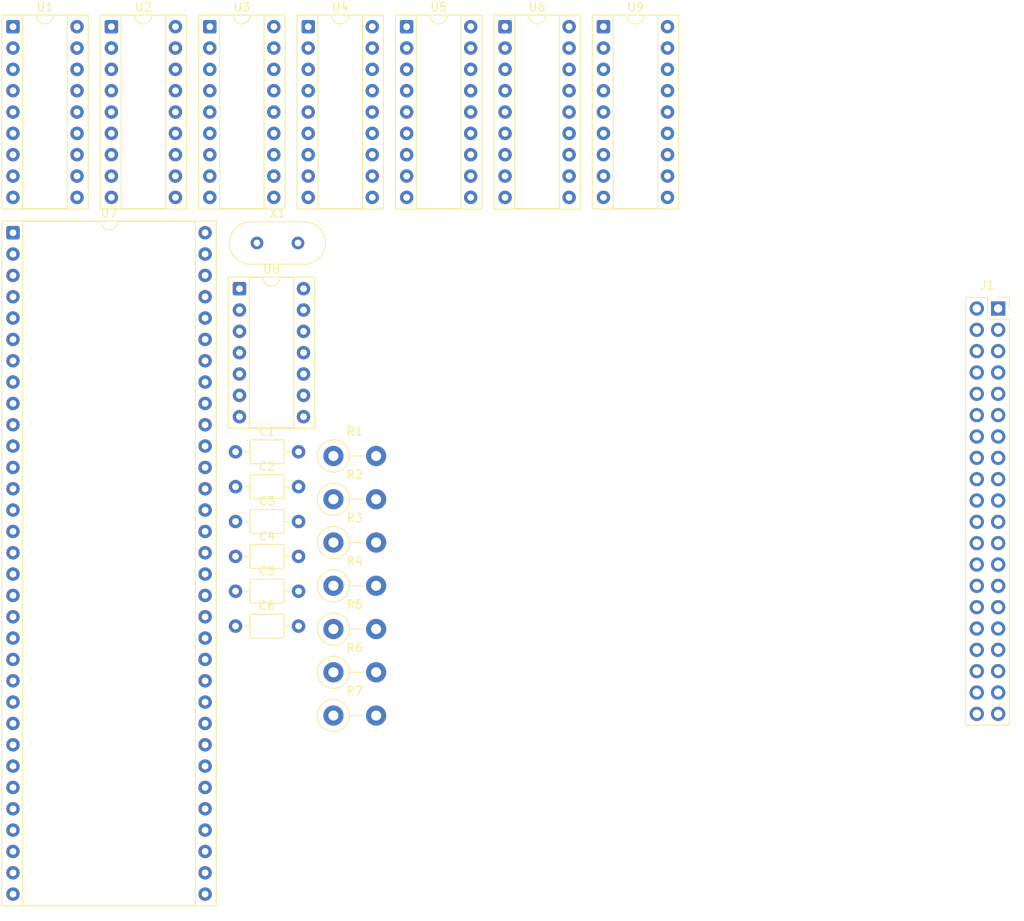
<source format=kicad_pcb>
(kicad_pcb (version 20241229) (generator "pcbnew") (generator_version "9.0")
  (layers (0 "F.Cu" signal) (2 "B.Cu" signal) (13 "F.Paste" user) (15 "B.Paste" user) (5 "F.SilkS" user "F.Silkscreen") (7 "B.SilkS" user "B.Silkscreen") (1 "F.Mask" user) (3 "B.Mask" user) (25 "Edge.Cuts" user))
  (net 0 "")
  (net 1 "~{VDC_EN}")
  (net 2 "~{RST}")
  (net 5 "D6")
  (net 6 "D0")
  (net 9 "/E")
  (net 11 "~{RD}")
  (net 14 "D2")
  (net 15 "~{WR}")
  (net 17 "~{IRQ}")
  (net 18 "D5")
  (net 20 "D3")
  (net 24 "/A0")
  (net 25 "D1")
  (net 27 "GND")
  (net 33 "D4")
  (net 35 "D7")
  (net 36 "VCC")
  (net 40 "/A1")
  (net 41 "Net-(U7-XTAL1)")
  (net 42 "Net-(U7-XTAL2)")
  (net 43 "Net-(C3-Pad2)")
  (net 44 "R_OUT")
  (net 45 "Net-(U9-G_IN)")
  (net 46 "G_OUT")
  (net 47 "B_OUT")
  (net 48 "Net-(C5-Pad2)")
  (net 49 "Net-(U9-SYNC_IN)")
  (net 50 "Net-(U9-Y_TRAP)")
  (net 51 "Net-(U7-~{H_RESET})")
  (net 52 "Net-(U7-~{V_RESET})")
  (net 53 "C_SYNC")
  (net 54 "VD0")
  (net 55 "_R")
  (net 56 "VA3")
  (net 57 "_W")
  (net 58 "_RAS")
  (net 59 "VA7")
  (net 60 "VA6")
  (net 61 "VD2")
  (net 62 "VA5")
  (net 63 "VD1")
  (net 64 "_CAS0")
  (net 65 "VA1")
  (net 66 "VA0")
  (net 67 "VD3")
  (net 68 "VA4")
  (net 69 "VA2")
  (net 70 "VD6")
  (net 71 "VD7")
  (net 72 "VD5")
  (net 73 "VD4")
  (net 74 "_CAS1")
  (net 75 "_CAS2")
  (net 78 "Net-(U7-~{CSW})")
  (net 85 "Net-(U7-~{CSR})")
  (net 93 "R_W")
  (footprint "Package_DIP:DIP-18_W7.62mm_Socket" (layer "F.Cu") (at 86.464 28.429)
    (property "Reference" "U5" (at 3.81 -2.33 0) (layer "F.SilkS"))
    (property "Value" "41464")
    (fp_line (start 1.16 -1.33) (end 1.16 21.65) (stroke (width 0.12)) (layer "F.SilkS"))
    (fp_line (start 1.16 21.65) (end 6.46 21.65) (stroke (width 0.12)) (layer "F.SilkS"))
    (fp_line (start 2.81 -1.33) (end 1.16 -1.33) (stroke (width 0.12)) (layer "F.SilkS"))
    (fp_line (start 6.46 -1.33) (end 4.81 -1.33) (stroke (width 0.12)) (layer "F.SilkS"))
    (fp_line (start 6.46 21.65) (end 6.46 -1.33) (stroke (width 0.12)) (layer "F.SilkS"))
    (fp_rect (start -1.33 -1.39) (end 8.95 21.71) (stroke (width 0.12)) (fill no) (layer "F.SilkS"))
    (fp_arc (start 4.81 -1.33) (mid 3.81 -0.33) (end 2.81 -1.33) (stroke (width 0.12)) (layer "F.SilkS"))
    (pad "1" thru_hole roundrect (at 0 0) (size 1.6 1.6) (drill 0.8) (layers "*.Cu" "*.Mask") (roundrect_rratio 0.15625) (net 55 "_R"))
    (pad "2" thru_hole circle (at 0 2.54) (size 1.6 1.6) (drill 0.8) (layers "*.Cu" "*.Mask") (net 54 "VD0"))
    (pad "3" thru_hole circle (at 0 5.08) (size 1.6 1.6) (drill 0.8) (layers "*.Cu" "*.Mask") (net 63 "VD1"))
    (pad "4" thru_hole circle (at 0 7.62) (size 1.6 1.6) (drill 0.8) (layers "*.Cu" "*.Mask") (net 57 "_W"))
    (pad "5" thru_hole circle (at 0 10.16) (size 1.6 1.6) (drill 0.8) (layers "*.Cu" "*.Mask") (net 58 "_RAS"))
    (pad "6" thru_hole circle (at 0 12.7) (size 1.6 1.6) (drill 0.8) (layers "*.Cu" "*.Mask") (net 60 "VA6"))
    (pad "7" thru_hole circle (at 0 15.24) (size 1.6 1.6) (drill 0.8) (layers "*.Cu" "*.Mask") (net 62 "VA5"))
    (pad "8" thru_hole circle (at 0 17.78) (size 1.6 1.6) (drill 0.8) (layers "*.Cu" "*.Mask") (net 68 "VA4"))
    (pad "9" thru_hole circle (at 0 20.32) (size 1.6 1.6) (drill 0.8) (layers "*.Cu" "*.Mask") (net 36 "VCC"))
    (pad "10" thru_hole circle (at 7.62 20.32) (size 1.6 1.6) (drill 0.8) (layers "*.Cu" "*.Mask") (net 59 "VA7"))
    (pad "11" thru_hole circle (at 7.62 17.78) (size 1.6 1.6) (drill 0.8) (layers "*.Cu" "*.Mask") (net 56 "VA3"))
    (pad "12" thru_hole circle (at 7.62 15.24) (size 1.6 1.6) (drill 0.8) (layers "*.Cu" "*.Mask") (net 69 "VA2"))
    (pad "13" thru_hole circle (at 7.62 12.7) (size 1.6 1.6) (drill 0.8) (layers "*.Cu" "*.Mask") (net 65 "VA1"))
    (pad "14" thru_hole circle (at 7.62 10.16) (size 1.6 1.6) (drill 0.8) (layers "*.Cu" "*.Mask") (net 66 "VA0"))
    (pad "15" thru_hole circle (at 7.62 7.62) (size 1.6 1.6) (drill 0.8) (layers "*.Cu" "*.Mask") (net 61 "VD2"))
    (pad "16" thru_hole circle (at 7.62 5.08) (size 1.6 1.6) (drill 0.8) (layers "*.Cu" "*.Mask") (net 75 "_CAS2"))
    (pad "17" thru_hole circle (at 7.62 2.54) (size 1.6 1.6) (drill 0.8) (layers "*.Cu" "*.Mask") (net 67 "VD3"))
    (pad "18" thru_hole circle (at 7.62 0) (size 1.6 1.6) (drill 0.8) (layers "*.Cu" "*.Mask") (net 27 "GND"))
  )
  (footprint "Connector_PinSocket_2.54mm:PinSocket_2x20_P2.54mm_Vertical" (layer "F.Cu") (at 156.845 61.976)
    (property "Reference" "J1" (at -1.27 -2.77 0) (layer "F.SilkS"))
    (property "Value" "VideoAddon")
    (fp_line (start -3.87 -1.33) (end -3.87 49.59) (stroke (width 0.12)) (layer "F.SilkS"))
    (fp_line (start -3.87 -1.33) (end -1.27 -1.33) (stroke (width 0.12)) (layer "F.SilkS"))
    (fp_line (start -3.87 49.59) (end 1.33 49.59) (stroke (width 0.12)) (layer "F.SilkS"))
    (fp_line (start -1.27 -1.33) (end -1.27 1.27) (stroke (width 0.12)) (layer "F.SilkS"))
    (fp_line (start -1.27 1.27) (end 1.33 1.27) (stroke (width 0.12)) (layer "F.SilkS"))
    (fp_line (start 0 -1.33) (end 1.33 -1.33) (stroke (width 0.12)) (layer "F.SilkS"))
    (fp_line (start 1.33 -1.33) (end 1.33 0) (stroke (width 0.12)) (layer "F.SilkS"))
    (fp_line (start 1.33 1.27) (end 1.33 49.59) (stroke (width 0.12)) (layer "F.SilkS"))
    (pad "1" thru_hole rect (at 0 0) (size 1.7 1.7) (drill 1) (layers "*.Cu" "*.Mask") (net 36 "VCC"))
    (pad "2" thru_hole circle (at -2.54 0) (size 1.7 1.7) (drill 1) (layers "*.Cu" "*.Mask") (net 2 "~{RST}"))
    (pad "3" thru_hole circle (at 0 2.54) (size 1.7 1.7) (drill 1) (layers "*.Cu" "*.Mask"))
    (pad "4" thru_hole circle (at -2.54 2.54) (size 1.7 1.7) (drill 1) (layers "*.Cu" "*.Mask") (net 17 "~{IRQ}"))
    (pad "5" thru_hole circle (at 0 5.08) (size 1.7 1.7) (drill 1) (layers "*.Cu" "*.Mask") (net 9 "/E"))
    (pad "6" thru_hole circle (at -2.54 5.08) (size 1.7 1.7) (drill 1) (layers "*.Cu" "*.Mask"))
    (pad "7" thru_hole circle (at 0 7.62) (size 1.7 1.7) (drill 1) (layers "*.Cu" "*.Mask"))
    (pad "8" thru_hole circle (at -2.54 7.62) (size 1.7 1.7) (drill 1) (layers "*.Cu" "*.Mask"))
    (pad "9" thru_hole circle (at 0 10.16) (size 1.7 1.7) (drill 1) (layers "*.Cu" "*.Mask"))
    (pad "10" thru_hole circle (at -2.54 10.16) (size 1.7 1.7) (drill 1) (layers "*.Cu" "*.Mask"))
    (pad "11" thru_hole circle (at 0 12.7) (size 1.7 1.7) (drill 1) (layers "*.Cu" "*.Mask"))
    (pad "12" thru_hole circle (at -2.54 12.7) (size 1.7 1.7) (drill 1) (layers "*.Cu" "*.Mask"))
    (pad "13" thru_hole circle (at 0 15.24) (size 1.7 1.7) (drill 1) (layers "*.Cu" "*.Mask"))
    (pad "14" thru_hole circle (at -2.54 15.24) (size 1.7 1.7) (drill 1) (layers "*.Cu" "*.Mask"))
    (pad "15" thru_hole circle (at 0 17.78) (size 1.7 1.7) (drill 1) (layers "*.Cu" "*.Mask") (net 15 "~{WR}"))
    (pad "16" thru_hole circle (at -2.54 17.78) (size 1.7 1.7) (drill 1) (layers "*.Cu" "*.Mask"))
    (pad "17" thru_hole circle (at 0 20.32) (size 1.7 1.7) (drill 1) (layers "*.Cu" "*.Mask"))
    (pad "18" thru_hole circle (at -2.54 20.32) (size 1.7 1.7) (drill 1) (layers "*.Cu" "*.Mask"))
    (pad "19" thru_hole circle (at 0 22.86) (size 1.7 1.7) (drill 1) (layers "*.Cu" "*.Mask"))
    (pad "20" thru_hole circle (at -2.54 22.86) (size 1.7 1.7) (drill 1) (layers "*.Cu" "*.Mask"))
    (pad "21" thru_hole circle (at 0 25.4) (size 1.7 1.7) (drill 1) (layers "*.Cu" "*.Mask"))
    (pad "22" thru_hole circle (at -2.54 25.4) (size 1.7 1.7) (drill 1) (layers "*.Cu" "*.Mask"))
    (pad "23" thru_hole circle (at 0 27.94) (size 1.7 1.7) (drill 1) (layers "*.Cu" "*.Mask"))
    (pad "24" thru_hole circle (at -2.54 27.94) (size 1.7 1.7) (drill 1) (layers "*.Cu" "*.Mask"))
    (pad "25" thru_hole circle (at 0 30.48) (size 1.7 1.7) (drill 1) (layers "*.Cu" "*.Mask") (net 11 "~{RD}"))
    (pad "26" thru_hole circle (at -2.54 30.48) (size 1.7 1.7) (drill 1) (layers "*.Cu" "*.Mask"))
    (pad "27" thru_hole circle (at 0 33.02) (size 1.7 1.7) (drill 1) (layers "*.Cu" "*.Mask"))
    (pad "28" thru_hole circle (at -2.54 33.02) (size 1.7 1.7) (drill 1) (layers "*.Cu" "*.Mask"))
    (pad "29" thru_hole circle (at 0 35.56) (size 1.7 1.7) (drill 1) (layers "*.Cu" "*.Mask") (net 1 "~{VDC_EN}"))
    (pad "30" thru_hole circle (at -2.54 35.56) (size 1.7 1.7) (drill 1) (layers "*.Cu" "*.Mask") (net 40 "/A1"))
    (pad "31" thru_hole circle (at 0 38.1) (size 1.7 1.7) (drill 1) (layers "*.Cu" "*.Mask") (net 35 "D7"))
    (pad "32" thru_hole circle (at -2.54 38.1) (size 1.7 1.7) (drill 1) (layers "*.Cu" "*.Mask") (net 24 "/A0"))
    (pad "33" thru_hole circle (at 0 40.64) (size 1.7 1.7) (drill 1) (layers "*.Cu" "*.Mask") (net 5 "D6"))
    (pad "34" thru_hole circle (at -2.54 40.64) (size 1.7 1.7) (drill 1) (layers "*.Cu" "*.Mask") (net 6 "D0"))
    (pad "35" thru_hole circle (at 0 43.18) (size 1.7 1.7) (drill 1) (layers "*.Cu" "*.Mask") (net 18 "D5"))
    (pad "36" thru_hole circle (at -2.54 43.18) (size 1.7 1.7) (drill 1) (layers "*.Cu" "*.Mask") (net 25 "D1"))
    (pad "37" thru_hole circle (at 0 45.72) (size 1.7 1.7) (drill 1) (layers "*.Cu" "*.Mask") (net 33 "D4"))
    (pad "38" thru_hole circle (at -2.54 45.72) (size 1.7 1.7) (drill 1) (layers "*.Cu" "*.Mask") (net 14 "D2"))
    (pad "39" thru_hole circle (at 0 48.26) (size 1.7 1.7) (drill 1) (layers "*.Cu" "*.Mask") (net 20 "D3"))
    (pad "40" thru_hole circle (at -2.54 48.26) (size 1.7 1.7) (drill 1) (layers "*.Cu" "*.Mask") (net 27 "GND"))
  )
  (footprint "Package_DIP:DIP-18_W7.62mm_Socket" (layer "F.Cu") (at 39.624 28.429)
    (property "Reference" "U1" (at 3.81 -2.33 0) (layer "F.SilkS"))
    (property "Value" "41464")
    (fp_line (start 1.16 -1.33) (end 1.16 21.65) (stroke (width 0.12)) (layer "F.SilkS"))
    (fp_line (start 1.16 21.65) (end 6.46 21.65) (stroke (width 0.12)) (layer "F.SilkS"))
    (fp_line (start 2.81 -1.33) (end 1.16 -1.33) (stroke (width 0.12)) (layer "F.SilkS"))
    (fp_line (start 6.46 -1.33) (end 4.81 -1.33) (stroke (width 0.12)) (layer "F.SilkS"))
    (fp_line (start 6.46 21.65) (end 6.46 -1.33) (stroke (width 0.12)) (layer "F.SilkS"))
    (fp_rect (start -1.33 -1.39) (end 8.95 21.71) (stroke (width 0.12)) (fill no) (layer "F.SilkS"))
    (fp_arc (start 4.81 -1.33) (mid 3.81 -0.33) (end 2.81 -1.33) (stroke (width 0.12)) (layer "F.SilkS"))
    (pad "1" thru_hole roundrect (at 0 0) (size 1.6 1.6) (drill 0.8) (layers "*.Cu" "*.Mask") (roundrect_rratio 0.15625) (net 55 "_R"))
    (pad "2" thru_hole circle (at 0 2.54) (size 1.6 1.6) (drill 0.8) (layers "*.Cu" "*.Mask") (net 54 "VD0"))
    (pad "3" thru_hole circle (at 0 5.08) (size 1.6 1.6) (drill 0.8) (layers "*.Cu" "*.Mask") (net 63 "VD1"))
    (pad "4" thru_hole circle (at 0 7.62) (size 1.6 1.6) (drill 0.8) (layers "*.Cu" "*.Mask") (net 57 "_W"))
    (pad "5" thru_hole circle (at 0 10.16) (size 1.6 1.6) (drill 0.8) (layers "*.Cu" "*.Mask") (net 58 "_RAS"))
    (pad "6" thru_hole circle (at 0 12.7) (size 1.6 1.6) (drill 0.8) (layers "*.Cu" "*.Mask") (net 60 "VA6"))
    (pad "7" thru_hole circle (at 0 15.24) (size 1.6 1.6) (drill 0.8) (layers "*.Cu" "*.Mask") (net 62 "VA5"))
    (pad "8" thru_hole circle (at 0 17.78) (size 1.6 1.6) (drill 0.8) (layers "*.Cu" "*.Mask") (net 68 "VA4"))
    (pad "9" thru_hole circle (at 0 20.32) (size 1.6 1.6) (drill 0.8) (layers "*.Cu" "*.Mask") (net 36 "VCC"))
    (pad "10" thru_hole circle (at 7.62 20.32) (size 1.6 1.6) (drill 0.8) (layers "*.Cu" "*.Mask") (net 59 "VA7"))
    (pad "11" thru_hole circle (at 7.62 17.78) (size 1.6 1.6) (drill 0.8) (layers "*.Cu" "*.Mask") (net 56 "VA3"))
    (pad "12" thru_hole circle (at 7.62 15.24) (size 1.6 1.6) (drill 0.8) (layers "*.Cu" "*.Mask") (net 69 "VA2"))
    (pad "13" thru_hole circle (at 7.62 12.7) (size 1.6 1.6) (drill 0.8) (layers "*.Cu" "*.Mask") (net 65 "VA1"))
    (pad "14" thru_hole circle (at 7.62 10.16) (size 1.6 1.6) (drill 0.8) (layers "*.Cu" "*.Mask") (net 66 "VA0"))
    (pad "15" thru_hole circle (at 7.62 7.62) (size 1.6 1.6) (drill 0.8) (layers "*.Cu" "*.Mask") (net 61 "VD2"))
    (pad "16" thru_hole circle (at 7.62 5.08) (size 1.6 1.6) (drill 0.8) (layers "*.Cu" "*.Mask") (net 64 "_CAS0"))
    (pad "17" thru_hole circle (at 7.62 2.54) (size 1.6 1.6) (drill 0.8) (layers "*.Cu" "*.Mask") (net 67 "VD3"))
    (pad "18" thru_hole circle (at 7.62 0) (size 1.6 1.6) (drill 0.8) (layers "*.Cu" "*.Mask") (net 27 "GND"))
  )
  (footprint "Crystal:Crystal_HC49-4H_Vertical" (layer "F.Cu") (at 68.654 54.179)
    (property "Reference" "X1" (at 2.44 -3.525 0) (layer "F.SilkS"))
    (property "Value" "Crystal_Generic")
    (fp_line (start -0.76 -2.525) (end 5.64 -2.525) (stroke (width 0.12)) (layer "F.SilkS"))
    (fp_line (start -0.76 2.525) (end 5.64 2.525) (stroke (width 0.12)) (layer "F.SilkS"))
    (fp_arc (start -0.76 2.525) (mid -3.285 0) (end -0.76 -2.525) (stroke (width 0.12)) (layer "F.SilkS"))
    (fp_arc (start 5.64 -2.525) (mid 8.165 0) (end 5.64 2.525) (stroke (width 0.12)) (layer "F.SilkS"))
    (pad "1" thru_hole circle (at 0 0) (size 1.5 1.5) (drill 0.8) (layers "*.Cu" "*.Mask") (net 41 "Net-(U7-XTAL1)"))
    (pad "2" thru_hole circle (at 4.88 0) (size 1.5 1.5) (drill 0.8) (layers "*.Cu" "*.Mask") (net 42 "Net-(U7-XTAL2)"))
  )
  (footprint "Resistor_THT:R_Axial_DIN0411_L9.9mm_D3.6mm_P5.08mm_Vertical" (layer "F.Cu") (at 77.754 105.289)
    (property "Reference" "R6" (at 2.54 -2.92 0) (layer "F.SilkS"))
    (property "Value" "4k7")
    (fp_line (start 1.92 0) (end 3.58 0) (stroke (width 0.12)) (layer "F.SilkS"))
    (fp_circle (center 0 0) (end 1.92 0) (stroke (width 0.12)) (fill no) (layer "F.SilkS"))
    (pad "1" thru_hole circle (at 0 0) (size 2.4 2.4) (drill 1.2) (layers "*.Cu" "*.Mask") (net 52 "Net-(U7-~{V_RESET})"))
    (pad "2" thru_hole oval (at 5.08 0) (size 2.4 2.4) (drill 1.2) (layers "*.Cu" "*.Mask") (net 36 "VCC"))
  )
  (footprint "Package_DIP:DIP-18_W7.62mm_Socket" (layer "F.Cu") (at 63.044 28.429)
    (property "Reference" "U3" (at 3.81 -2.33 0) (layer "F.SilkS"))
    (property "Value" "41464")
    (fp_line (start 1.16 -1.33) (end 1.16 21.65) (stroke (width 0.12)) (layer "F.SilkS"))
    (fp_line (start 1.16 21.65) (end 6.46 21.65) (stroke (width 0.12)) (layer "F.SilkS"))
    (fp_line (start 2.81 -1.33) (end 1.16 -1.33) (stroke (width 0.12)) (layer "F.SilkS"))
    (fp_line (start 6.46 -1.33) (end 4.81 -1.33) (stroke (width 0.12)) (layer "F.SilkS"))
    (fp_line (start 6.46 21.65) (end 6.46 -1.33) (stroke (width 0.12)) (layer "F.SilkS"))
    (fp_rect (start -1.33 -1.39) (end 8.95 21.71) (stroke (width 0.12)) (fill no) (layer "F.SilkS"))
    (fp_arc (start 4.81 -1.33) (mid 3.81 -0.33) (end 2.81 -1.33) (stroke (width 0.12)) (layer "F.SilkS"))
    (pad "1" thru_hole roundrect (at 0 0) (size 1.6 1.6) (drill 0.8) (layers "*.Cu" "*.Mask") (roundrect_rratio 0.15625) (net 55 "_R"))
    (pad "2" thru_hole circle (at 0 2.54) (size 1.6 1.6) (drill 0.8) (layers "*.Cu" "*.Mask") (net 54 "VD0"))
    (pad "3" thru_hole circle (at 0 5.08) (size 1.6 1.6) (drill 0.8) (layers "*.Cu" "*.Mask") (net 63 "VD1"))
    (pad "4" thru_hole circle (at 0 7.62) (size 1.6 1.6) (drill 0.8) (layers "*.Cu" "*.Mask") (net 57 "_W"))
    (pad "5" thru_hole circle (at 0 10.16) (size 1.6 1.6) (drill 0.8) (layers "*.Cu" "*.Mask") (net 58 "_RAS"))
    (pad "6" thru_hole circle (at 0 12.7) (size 1.6 1.6) (drill 0.8) (layers "*.Cu" "*.Mask") (net 60 "VA6"))
    (pad "7" thru_hole circle (at 0 15.24) (size 1.6 1.6) (drill 0.8) (layers "*.Cu" "*.Mask") (net 62 "VA5"))
    (pad "8" thru_hole circle (at 0 17.78) (size 1.6 1.6) (drill 0.8) (layers "*.Cu" "*.Mask") (net 68 "VA4"))
    (pad "9" thru_hole circle (at 0 20.32) (size 1.6 1.6) (drill 0.8) (layers "*.Cu" "*.Mask") (net 36 "VCC"))
    (pad "10" thru_hole circle (at 7.62 20.32) (size 1.6 1.6) (drill 0.8) (layers "*.Cu" "*.Mask") (net 59 "VA7"))
    (pad "11" thru_hole circle (at 7.62 17.78) (size 1.6 1.6) (drill 0.8) (layers "*.Cu" "*.Mask") (net 56 "VA3"))
    (pad "12" thru_hole circle (at 7.62 15.24) (size 1.6 1.6) (drill 0.8) (layers "*.Cu" "*.Mask") (net 69 "VA2"))
    (pad "13" thru_hole circle (at 7.62 12.7) (size 1.6 1.6) (drill 0.8) (layers "*.Cu" "*.Mask") (net 65 "VA1"))
    (pad "14" thru_hole circle (at 7.62 10.16) (size 1.6 1.6) (drill 0.8) (layers "*.Cu" "*.Mask") (net 66 "VA0"))
    (pad "15" thru_hole circle (at 7.62 7.62) (size 1.6 1.6) (drill 0.8) (layers "*.Cu" "*.Mask") (net 61 "VD2"))
    (pad "16" thru_hole circle (at 7.62 5.08) (size 1.6 1.6) (drill 0.8) (layers "*.Cu" "*.Mask") (net 74 "_CAS1"))
    (pad "17" thru_hole circle (at 7.62 2.54) (size 1.6 1.6) (drill 0.8) (layers "*.Cu" "*.Mask") (net 67 "VD3"))
    (pad "18" thru_hole circle (at 7.62 0) (size 1.6 1.6) (drill 0.8) (layers "*.Cu" "*.Mask") (net 27 "GND"))
  )
  (footprint "Resistor_THT:R_Axial_DIN0411_L9.9mm_D3.6mm_P5.08mm_Vertical" (layer "F.Cu") (at 77.754 84.689)
    (property "Reference" "R2" (at 2.54 -2.92 0) (layer "F.SilkS"))
    (property "Value" "470")
    (fp_line (start 1.92 0) (end 3.58 0) (stroke (width 0.12)) (layer "F.SilkS"))
    (fp_circle (center 0 0) (end 1.92 0) (stroke (width 0.12)) (fill no) (layer "F.SilkS"))
    (pad "1" thru_hole circle (at 0 0) (size 2.4 2.4) (drill 1.2) (layers "*.Cu" "*.Mask") (net 44 "R_OUT"))
    (pad "2" thru_hole oval (at 5.08 0) (size 2.4 2.4) (drill 1.2) (layers "*.Cu" "*.Mask") (net 27 "GND"))
  )
  (footprint "Capacitor_THT:C_Axial_L3.8mm_D2.6mm_P7.50mm_Horizontal" (layer "F.Cu") (at 66.104 87.339)
    (property "Reference" "C3" (at 3.75 -2.42 0) (layer "F.SilkS"))
    (property "Value" "100nF")
    (fp_line (start 1.04 0) (end 1.73 0) (stroke (width 0.12)) (layer "F.SilkS"))
    (fp_line (start 1.73 -1.42) (end 1.73 1.42) (stroke (width 0.12)) (layer "F.SilkS"))
    (fp_line (start 1.73 1.42) (end 5.77 1.42) (stroke (width 0.12)) (layer "F.SilkS"))
    (fp_line (start 5.77 -1.42) (end 1.73 -1.42) (stroke (width 0.12)) (layer "F.SilkS"))
    (fp_line (start 5.77 1.42) (end 5.77 -1.42) (stroke (width 0.12)) (layer "F.SilkS"))
    (fp_line (start 6.46 0) (end 5.77 0) (stroke (width 0.12)) (layer "F.SilkS"))
    (pad "1" thru_hole circle (at 0 0) (size 1.6 1.6) (drill 0.8) (layers "*.Cu" "*.Mask") (net 44 "R_OUT"))
    (pad "2" thru_hole circle (at 7.5 0) (size 1.6 1.6) (drill 0.8) (layers "*.Cu" "*.Mask") (net 43 "Net-(C3-Pad2)"))
  )
  (footprint "Resistor_THT:R_Axial_DIN0411_L9.9mm_D3.6mm_P5.08mm_Vertical" (layer "F.Cu") (at 77.754 89.839)
    (property "Reference" "R3" (at 2.54 -2.92 0) (layer "F.SilkS"))
    (property "Value" "470")
    (fp_line (start 1.92 0) (end 3.58 0) (stroke (width 0.12)) (layer "F.SilkS"))
    (fp_circle (center 0 0) (end 1.92 0) (stroke (width 0.12)) (fill no) (layer "F.SilkS"))
    (pad "1" thru_hole circle (at 0 0) (size 2.4 2.4) (drill 1.2) (layers "*.Cu" "*.Mask") (net 47 "B_OUT"))
    (pad "2" thru_hole oval (at 5.08 0) (size 2.4 2.4) (drill 1.2) (layers "*.Cu" "*.Mask") (net 27 "GND"))
  )
  (footprint "Package_DIP:DIP-64_W22.86mm_Socket" (layer "F.Cu") (at 39.624 52.959)
    (property "Reference" "U7" (at 11.43 -2.33 0) (layer "F.SilkS"))
    (property "Value" "V9958")
    (fp_line (start 1.16 -1.33) (end 1.16 80.07) (stroke (width 0.12)) (layer "F.SilkS"))
    (fp_line (start 1.16 80.07) (end 21.7 80.07) (stroke (width 0.12)) (layer "F.SilkS"))
    (fp_line (start 10.43 -1.33) (end 1.16 -1.33) (stroke (width 0.12)) (layer "F.SilkS"))
    (fp_line (start 21.7 -1.33) (end 12.43 -1.33) (stroke (width 0.12)) (layer "F.SilkS"))
    (fp_line (start 21.7 80.07) (end 21.7 -1.33) (stroke (width 0.12)) (layer "F.SilkS"))
    (fp_rect (start -1.33 -1.39) (end 24.19 80.13) (stroke (width 0.12)) (fill no) (layer "F.SilkS"))
    (fp_arc (start 12.43 -1.33) (mid 11.43 -0.33) (end 10.43 -1.33) (stroke (width 0.12)) (layer "F.SilkS"))
    (pad "1" thru_hole roundrect (at 0 0) (size 1.6 1.6) (drill 0.8) (layers "*.Cu" "*.Mask") (roundrect_rratio 0.15625) (net 27 "GND"))
    (pad "2" thru_hole circle (at 0 2.54) (size 1.6 1.6) (drill 0.8) (layers "*.Cu" "*.Mask"))
    (pad "3" thru_hole circle (at 0 5.08) (size 1.6 1.6) (drill 0.8) (layers "*.Cu" "*.Mask"))
    (pad "4" thru_hole circle (at 0 7.62) (size 1.6 1.6) (drill 0.8) (layers "*.Cu" "*.Mask") (net 52 "Net-(U7-~{V_RESET})"))
    (pad "5" thru_hole circle (at 0 10.16) (size 1.6 1.6) (drill 0.8) (layers "*.Cu" "*.Mask"))
    (pad "6" thru_hole circle (at 0 12.7) (size 1.6 1.6) (drill 0.8) (layers "*.Cu" "*.Mask"))
    (pad "7" thru_hole circle (at 0 15.24) (size 1.6 1.6) (drill 0.8) (layers "*.Cu" "*.Mask"))
    (pad "8" thru_hole circle (at 0 17.78) (size 1.6 1.6) (drill 0.8) (layers "*.Cu" "*.Mask"))
    (pad "9" thru_hole circle (at 0 20.32) (size 1.6 1.6) (drill 0.8) (layers "*.Cu" "*.Mask") (net 2 "~{RST}"))
    (pad "10" thru_hole circle (at 0 22.86) (size 1.6 1.6) (drill 0.8) (layers "*.Cu" "*.Mask"))
    (pad "11" thru_hole circle (at 0 25.4) (size 1.6 1.6) (drill 0.8) (layers "*.Cu" "*.Mask"))
    (pad "12" thru_hole circle (at 0 27.94) (size 1.6 1.6) (drill 0.8) (layers "*.Cu" "*.Mask"))
    (pad "13" thru_hole circle (at 0 30.48) (size 1.6 1.6) (drill 0.8) (layers "*.Cu" "*.Mask"))
    (pad "14" thru_hole circle (at 0 33.02) (size 1.6 1.6) (drill 0.8) (layers "*.Cu" "*.Mask"))
    (pad "15" thru_hole circle (at 0 35.56) (size 1.6 1.6) (drill 0.8) (layers "*.Cu" "*.Mask"))
    (pad "16" thru_hole circle (at 0 38.1) (size 1.6 1.6) (drill 0.8) (layers "*.Cu" "*.Mask"))
    (pad "17" thru_hole circle (at 0 40.64) (size 1.6 1.6) (drill 0.8) (layers "*.Cu" "*.Mask"))
    (pad "18" thru_hole circle (at 0 43.18) (size 1.6 1.6) (drill 0.8) (layers "*.Cu" "*.Mask"))
    (pad "19" thru_hole circle (at 0 45.72) (size 1.6 1.6) (drill 0.8) (layers "*.Cu" "*.Mask"))
    (pad "20" thru_hole circle (at 0 48.26) (size 1.6 1.6) (drill 0.8) (layers "*.Cu" "*.Mask") (net 27 "GND"))
    (pad "21" thru_hole circle (at 0 50.8) (size 1.6 1.6) (drill 0.8) (layers "*.Cu" "*.Mask") (net 36 "VCC"))
    (pad "22" thru_hole circle (at 0 53.34) (size 1.6 1.6) (drill 0.8) (layers "*.Cu" "*.Mask") (net 44 "R_OUT"))
    (pad "23" thru_hole circle (at 0 55.88) (size 1.6 1.6) (drill 0.8) (layers "*.Cu" "*.Mask") (net 46 "G_OUT"))
    (pad "24" thru_hole circle (at 0 58.42) (size 1.6 1.6) (drill 0.8) (layers "*.Cu" "*.Mask") (net 47 "B_OUT"))
    (pad "25" thru_hole circle (at 0 60.96) (size 1.6 1.6) (drill 0.8) (layers "*.Cu" "*.Mask") (net 17 "~{IRQ}"))
    (pad "26" thru_hole circle (at 0 63.5) (size 1.6 1.6) (drill 0.8) (layers "*.Cu" "*.Mask"))
    (pad "27" thru_hole circle (at 0 66.04) (size 1.6 1.6) (drill 0.8) (layers "*.Cu" "*.Mask") (net 51 "Net-(U7-~{H_RESET})"))
    (pad "28" thru_hole circle (at 0 68.58) (size 1.6 1.6) (drill 0.8) (layers "*.Cu" "*.Mask") (net 40 "/A1"))
    (pad "29" thru_hole circle (at 0 71.12) (size 1.6 1.6) (drill 0.8) (layers "*.Cu" "*.Mask") (net 24 "/A0"))
    (pad "30" thru_hole circle (at 0 73.66) (size 1.6 1.6) (drill 0.8) (layers "*.Cu" "*.Mask") (net 78 "Net-(U7-~{CSW})"))
    (pad "31" thru_hole circle (at 0 76.2) (size 1.6 1.6) (drill 0.8) (layers "*.Cu" "*.Mask") (net 85 "Net-(U7-~{CSR})"))
    (pad "32" thru_hole circle (at 0 78.74) (size 1.6 1.6) (drill 0.8) (layers "*.Cu" "*.Mask") (net 35 "D7"))
    (pad "33" thru_hole circle (at 22.86 78.74) (size 1.6 1.6) (drill 0.8) (layers "*.Cu" "*.Mask"))
    (pad "34" thru_hole circle (at 22.86 76.2) (size 1.6 1.6) (drill 0.8) (layers "*.Cu" "*.Mask") (net 5 "D6"))
    (pad "35" thru_hole circle (at 22.86 73.66) (size 1.6 1.6) (drill 0.8) (layers "*.Cu" "*.Mask") (net 18 "D5"))
    (pad "36" thru_hole circle (at 22.86 71.12) (size 1.6 1.6) (drill 0.8) (layers "*.Cu" "*.Mask") (net 33 "D4"))
    (pad "37" thru_hole circle (at 22.86 68.58) (size 1.6 1.6) (drill 0.8) (layers "*.Cu" "*.Mask") (net 20 "D3"))
    (pad "38" thru_hole circle (at 22.86 66.04) (size 1.6 1.6) (drill 0.8) (layers "*.Cu" "*.Mask") (net 14 "D2"))
    (pad "39" thru_hole circle (at 22.86 63.5) (size 1.6 1.6) (drill 0.8) (layers "*.Cu" "*.Mask") (net 25 "D1"))
    (pad "40" thru_hole circle (at 22.86 60.96) (size 1.6 1.6) (drill 0.8) (layers "*.Cu" "*.Mask") (net 6 "D0"))
    (pad "41" thru_hole circle (at 22.86 58.42) (size 1.6 1.6) (drill 0.8) (layers "*.Cu" "*.Mask") (net 54 "VD0"))
    (pad "42" thru_hole circle (at 22.86 55.88) (size 1.6 1.6) (drill 0.8) (layers "*.Cu" "*.Mask") (net 63 "VD1"))
    (pad "43" thru_hole circle (at 22.86 53.34) (size 1.6 1.6) (drill 0.8) (layers "*.Cu" "*.Mask") (net 61 "VD2"))
    (pad "44" thru_hole circle (at 22.86 50.8) (size 1.6 1.6) (drill 0.8) (layers "*.Cu" "*.Mask") (net 67 "VD3"))
    (pad "45" thru_hole circle (at 22.86 48.26) (size 1.6 1.6) (drill 0.8) (layers "*.Cu" "*.Mask") (net 73 "VD4"))
    (pad "46" thru_hole circle (at 22.86 45.72) (size 1.6 1.6) (drill 0.8) (layers "*.Cu" "*.Mask") (net 72 "VD5"))
    (pad "47" thru_hole circle (at 22.86 43.18) (size 1.6 1.6) (drill 0.8) (layers "*.Cu" "*.Mask") (net 70 "VD6"))
    (pad "48" thru_hole circle (at 22.86 40.64) (size 1.6 1.6) (drill 0.8) (layers "*.Cu" "*.Mask") (net 71 "VD7"))
    (pad "49" thru_hole circle (at 22.86 38.1) (size 1.6 1.6) (drill 0.8) (layers "*.Cu" "*.Mask") (net 66 "VA0"))
    (pad "50" thru_hole circle (at 22.86 35.56) (size 1.6 1.6) (drill 0.8) (layers "*.Cu" "*.Mask") (net 65 "VA1"))
    (pad "51" thru_hole circle (at 22.86 33.02) (size 1.6 1.6) (drill 0.8) (layers "*.Cu" "*.Mask") (net 69 "VA2"))
    (pad "52" thru_hole circle (at 22.86 30.48) (size 1.6 1.6) (drill 0.8) (layers "*.Cu" "*.Mask") (net 56 "VA3"))
    (pad "53" thru_hole circle (at 22.86 27.94) (size 1.6 1.6) (drill 0.8) (layers "*.Cu" "*.Mask") (net 68 "VA4"))
    (pad "54" thru_hole circle (at 22.86 25.4) (size 1.6 1.6) (drill 0.8) (layers "*.Cu" "*.Mask") (net 62 "VA5"))
    (pad "55" thru_hole circle (at 22.86 22.86) (size 1.6 1.6) (drill 0.8) (layers "*.Cu" "*.Mask") (net 60 "VA6"))
    (pad "56" thru_hole circle (at 22.86 20.32) (size 1.6 1.6) (drill 0.8) (layers "*.Cu" "*.Mask") (net 59 "VA7"))
    (pad "57" thru_hole circle (at 22.86 17.78) (size 1.6 1.6) (drill 0.8) (layers "*.Cu" "*.Mask") (net 93 "R_W"))
    (pad "58" thru_hole circle (at 22.86 15.24) (size 1.6 1.6) (drill 0.8) (layers "*.Cu" "*.Mask") (net 36 "VCC"))
    (pad "59" thru_hole circle (at 22.86 12.7) (size 1.6 1.6) (drill 0.8) (layers "*.Cu" "*.Mask") (net 75 "_CAS2"))
    (pad "60" thru_hole circle (at 22.86 10.16) (size 1.6 1.6) (drill 0.8) (layers "*.Cu" "*.Mask") (net 74 "_CAS1"))
    (pad "61" thru_hole circle (at 22.86 7.62) (size 1.6 1.6) (drill 0.8) (layers "*.Cu" "*.Mask") (net 64 "_CAS0"))
    (pad "62" thru_hole circle (at 22.86 5.08) (size 1.6 1.6) (drill 0.8) (layers "*.Cu" "*.Mask") (net 58 "_RAS"))
    (pad "63" thru_hole circle (at 22.86 2.54) (size 1.6 1.6) (drill 0.8) (layers "*.Cu" "*.Mask") (net 41 "Net-(U7-XTAL1)"))
    (pad "64" thru_hole circle (at 22.86 0) (size 1.6 1.6) (drill 0.8) (layers "*.Cu" "*.Mask") (net 42 "Net-(U7-XTAL2)"))
  )
  (footprint "Capacitor_THT:C_Axial_L3.8mm_D2.6mm_P7.50mm_Horizontal" (layer "F.Cu") (at 66.104 95.639)
    (property "Reference" "C5" (at 3.75 -2.42 0) (layer "F.SilkS"))
    (property "Value" "100nF")
    (fp_line (start 1.04 0) (end 1.73 0) (stroke (width 0.12)) (layer "F.SilkS"))
    (fp_line (start 1.73 -1.42) (end 1.73 1.42) (stroke (width 0.12)) (layer "F.SilkS"))
    (fp_line (start 1.73 1.42) (end 5.77 1.42) (stroke (width 0.12)) (layer "F.SilkS"))
    (fp_line (start 5.77 -1.42) (end 1.73 -1.42) (stroke (width 0.12)) (layer "F.SilkS"))
    (fp_line (start 5.77 1.42) (end 5.77 -1.42) (stroke (width 0.12)) (layer "F.SilkS"))
    (fp_line (start 6.46 0) (end 5.77 0) (stroke (width 0.12)) (layer "F.SilkS"))
    (pad "1" thru_hole circle (at 0 0) (size 1.6 1.6) (drill 0.8) (layers "*.Cu" "*.Mask") (net 47 "B_OUT"))
    (pad "2" thru_hole circle (at 7.5 0) (size 1.6 1.6) (drill 0.8) (layers "*.Cu" "*.Mask") (net 48 "Net-(C5-Pad2)"))
  )
  (footprint "Resistor_THT:R_Axial_DIN0411_L9.9mm_D3.6mm_P5.08mm_Vertical" (layer "F.Cu") (at 77.754 94.989)
    (property "Reference" "R4" (at 2.54 -2.92 0) (layer "F.SilkS"))
    (property "Value" "2k61")
    (fp_line (start 1.92 0) (end 3.58 0) (stroke (width 0.12)) (layer "F.SilkS"))
    (fp_circle (center 0 0) (end 1.92 0) (stroke (width 0.12)) (fill no) (layer "F.SilkS"))
    (pad "1" thru_hole circle (at 0 0) (size 2.4 2.4) (drill 1.2) (layers "*.Cu" "*.Mask") (net 36 "VCC"))
    (pad "2" thru_hole oval (at 5.08 0) (size 2.4 2.4) (drill 1.2) (layers "*.Cu" "*.Mask") (net 50 "Net-(U9-Y_TRAP)"))
  )
  (footprint "Capacitor_THT:C_Axial_L3.8mm_D2.6mm_P7.50mm_Horizontal" (layer "F.Cu") (at 66.104 91.489)
    (property "Reference" "C4" (at 3.75 -2.42 0) (layer "F.SilkS"))
    (property "Value" "100nF")
    (fp_line (start 1.04 0) (end 1.73 0) (stroke (width 0.12)) (layer "F.SilkS"))
    (fp_line (start 1.73 -1.42) (end 1.73 1.42) (stroke (width 0.12)) (layer "F.SilkS"))
    (fp_line (start 1.73 1.42) (end 5.77 1.42) (stroke (width 0.12)) (layer "F.SilkS"))
    (fp_line (start 5.77 -1.42) (end 1.73 -1.42) (stroke (width 0.12)) (layer "F.SilkS"))
    (fp_line (start 5.77 1.42) (end 5.77 -1.42) (stroke (width 0.12)) (layer "F.SilkS"))
    (fp_line (start 6.46 0) (end 5.77 0) (stroke (width 0.12)) (layer "F.SilkS"))
    (pad "1" thru_hole circle (at 0 0) (size 1.6 1.6) (drill 0.8) (layers "*.Cu" "*.Mask") (net 46 "G_OUT"))
    (pad "2" thru_hole circle (at 7.5 0) (size 1.6 1.6) (drill 0.8) (layers "*.Cu" "*.Mask") (net 45 "Net-(U9-G_IN)"))
  )
  (footprint "Capacitor_THT:C_Axial_L3.8mm_D2.6mm_P7.50mm_Horizontal" (layer "F.Cu") (at 66.104 83.189)
    (property "Reference" "C2" (at 3.75 -2.42 0) (layer "F.SilkS"))
    (property "Value" "C")
    (fp_line (start 1.04 0) (end 1.73 0) (stroke (width 0.12)) (layer "F.SilkS"))
    (fp_line (start 1.73 -1.42) (end 1.73 1.42) (stroke (width 0.12)) (layer "F.SilkS"))
    (fp_line (start 1.73 1.42) (end 5.77 1.42) (stroke (width 0.12)) (layer "F.SilkS"))
    (fp_line (start 5.77 -1.42) (end 1.73 -1.42) (stroke (width 0.12)) (layer "F.SilkS"))
    (fp_line (start 5.77 1.42) (end 5.77 -1.42) (stroke (width 0.12)) (layer "F.SilkS"))
    (fp_line (start 6.46 0) (end 5.77 0) (stroke (width 0.12)) (layer "F.SilkS"))
    (pad "1" thru_hole circle (at 0 0) (size 1.6 1.6) (drill 0.8) (layers "*.Cu" "*.Mask") (net 27 "GND"))
    (pad "2" thru_hole circle (at 7.5 0) (size 1.6 1.6) (drill 0.8) (layers "*.Cu" "*.Mask") (net 42 "Net-(U7-XTAL2)"))
  )
  (footprint "Capacitor_THT:C_Axial_L3.8mm_D2.6mm_P7.50mm_Horizontal" (layer "F.Cu") (at 66.104 99.789)
    (property "Reference" "C6" (at 3.75 -2.42 0) (layer "F.SilkS"))
    (property "Value" "47pF")
    (fp_line (start 1.04 0) (end 1.73 0) (stroke (width 0.12)) (layer "F.SilkS"))
    (fp_line (start 1.73 -1.42) (end 1.73 1.42) (stroke (width 0.12)) (layer "F.SilkS"))
    (fp_line (start 1.73 1.42) (end 5.77 1.42) (stroke (width 0.12)) (layer "F.SilkS"))
    (fp_line (start 5.77 -1.42) (end 1.73 -1.42) (stroke (width 0.12)) (layer "F.SilkS"))
    (fp_line (start 5.77 1.42) (end 5.77 -1.42) (stroke (width 0.12)) (layer "F.SilkS"))
    (fp_line (start 6.46 0) (end 5.77 0) (stroke (width 0.12)) (layer "F.SilkS"))
    (pad "1" thru_hole circle (at 0 0) (size 1.6 1.6) (drill 0.8) (layers "*.Cu" "*.Mask") (net 27 "GND"))
    (pad "2" thru_hole circle (at 7.5 0) (size 1.6 1.6) (drill 0.8) (layers "*.Cu" "*.Mask") (net 49 "Net-(U9-SYNC_IN)"))
  )
  (footprint "Resistor_THT:R_Axial_DIN0411_L9.9mm_D3.6mm_P5.08mm_Vertical" (layer "F.Cu") (at 77.754 79.539)
    (property "Reference" "R1" (at 2.54 -2.92 0) (layer "F.SilkS"))
    (property "Value" "470")
    (fp_line (start 1.92 0) (end 3.58 0) (stroke (width 0.12)) (layer "F.SilkS"))
    (fp_circle (center 0 0) (end 1.92 0) (stroke (width 0.12)) (fill no) (layer "F.SilkS"))
    (pad "1" thru_hole circle (at 0 0) (size 2.4 2.4) (drill 1.2) (layers "*.Cu" "*.Mask") (net 46 "G_OUT"))
    (pad "2" thru_hole oval (at 5.08 0) (size 2.4 2.4) (drill 1.2) (layers "*.Cu" "*.Mask") (net 27 "GND"))
  )
  (footprint "Package_DIP:DIP-18_W7.62mm_Socket" (layer "F.Cu") (at 74.754 28.429)
    (property "Reference" "U4" (at 3.81 -2.33 0) (layer "F.SilkS"))
    (property "Value" "41464")
    (fp_line (start 1.16 -1.33) (end 1.16 21.65) (stroke (width 0.12)) (layer "F.SilkS"))
    (fp_line (start 1.16 21.65) (end 6.46 21.65) (stroke (width 0.12)) (layer "F.SilkS"))
    (fp_line (start 2.81 -1.33) (end 1.16 -1.33) (stroke (width 0.12)) (layer "F.SilkS"))
    (fp_line (start 6.46 -1.33) (end 4.81 -1.33) (stroke (width 0.12)) (layer "F.SilkS"))
    (fp_line (start 6.46 21.65) (end 6.46 -1.33) (stroke (width 0.12)) (layer "F.SilkS"))
    (fp_rect (start -1.33 -1.39) (end 8.95 21.71) (stroke (width 0.12)) (fill no) (layer "F.SilkS"))
    (fp_arc (start 4.81 -1.33) (mid 3.81 -0.33) (end 2.81 -1.33) (stroke (width 0.12)) (layer "F.SilkS"))
    (pad "1" thru_hole roundrect (at 0 0) (size 1.6 1.6) (drill 0.8) (layers "*.Cu" "*.Mask") (roundrect_rratio 0.15625) (net 55 "_R"))
    (pad "2" thru_hole circle (at 0 2.54) (size 1.6 1.6) (drill 0.8) (layers "*.Cu" "*.Mask") (net 73 "VD4"))
    (pad "3" thru_hole circle (at 0 5.08) (size 1.6 1.6) (drill 0.8) (layers "*.Cu" "*.Mask") (net 72 "VD5"))
    (pad "4" thru_hole circle (at 0 7.62) (size 1.6 1.6) (drill 0.8) (layers "*.Cu" "*.Mask") (net 57 "_W"))
    (pad "5" thru_hole circle (at 0 10.16) (size 1.6 1.6) (drill 0.8) (layers "*.Cu" "*.Mask") (net 58 "_RAS"))
    (pad "6" thru_hole circle (at 0 12.7) (size 1.6 1.6) (drill 0.8) (layers "*.Cu" "*.Mask") (net 60 "VA6"))
    (pad "7" thru_hole circle (at 0 15.24) (size 1.6 1.6) (drill 0.8) (layers "*.Cu" "*.Mask") (net 62 "VA5"))
    (pad "8" thru_hole circle (at 0 17.78) (size 1.6 1.6) (drill 0.8) (layers "*.Cu" "*.Mask") (net 68 "VA4"))
    (pad "9" thru_hole circle (at 0 20.32) (size 1.6 1.6) (drill 0.8) (layers "*.Cu" "*.Mask") (net 36 "VCC"))
    (pad "10" thru_hole circle (at 7.62 20.32) (size 1.6 1.6) (drill 0.8) (layers "*.Cu" "*.Mask") (net 59 "VA7"))
    (pad "11" thru_hole circle (at 7.62 17.78) (size 1.6 1.6) (drill 0.8) (layers "*.Cu" "*.Mask") (net 56 "VA3"))
    (pad "12" thru_hole circle (at 7.62 15.24) (size 1.6 1.6) (drill 0.8) (layers "*.Cu" "*.Mask") (net 69 "VA2"))
    (pad "13" thru_hole circle (at 7.62 12.7) (size 1.6 1.6) (drill 0.8) (layers "*.Cu" "*.Mask") (net 65 "VA1"))
    (pad "14" thru_hole circle (at 7.62 10.16) (size 1.6 1.6) (drill 0.8) (layers "*.Cu" "*.Mask") (net 66 "VA0"))
    (pad "15" thru_hole circle (at 7.62 7.62) (size 1.6 1.6) (drill 0.8) (layers "*.Cu" "*.Mask") (net 70 "VD6"))
    (pad "16" thru_hole circle (at 7.62 5.08) (size 1.6 1.6) (drill 0.8) (layers "*.Cu" "*.Mask") (net 74 "_CAS1"))
    (pad "17" thru_hole circle (at 7.62 2.54) (size 1.6 1.6) (drill 0.8) (layers "*.Cu" "*.Mask") (net 71 "VD7"))
    (pad "18" thru_hole circle (at 7.62 0) (size 1.6 1.6) (drill 0.8) (layers "*.Cu" "*.Mask") (net 27 "GND"))
  )
  (footprint "Package_DIP:DIP-18_W7.62mm_Socket" (layer "F.Cu") (at 51.334 28.429)
    (property "Reference" "U2" (at 3.81 -2.33 0) (layer "F.SilkS"))
    (property "Value" "41464")
    (fp_line (start 1.16 -1.33) (end 1.16 21.65) (stroke (width 0.12)) (layer "F.SilkS"))
    (fp_line (start 1.16 21.65) (end 6.46 21.65) (stroke (width 0.12)) (layer "F.SilkS"))
    (fp_line (start 2.81 -1.33) (end 1.16 -1.33) (stroke (width 0.12)) (layer "F.SilkS"))
    (fp_line (start 6.46 -1.33) (end 4.81 -1.33) (stroke (width 0.12)) (layer "F.SilkS"))
    (fp_line (start 6.46 21.65) (end 6.46 -1.33) (stroke (width 0.12)) (layer "F.SilkS"))
    (fp_rect (start -1.33 -1.39) (end 8.95 21.71) (stroke (width 0.12)) (fill no) (layer "F.SilkS"))
    (fp_arc (start 4.81 -1.33) (mid 3.81 -0.33) (end 2.81 -1.33) (stroke (width 0.12)) (layer "F.SilkS"))
    (pad "1" thru_hole roundrect (at 0 0) (size 1.6 1.6) (drill 0.8) (layers "*.Cu" "*.Mask") (roundrect_rratio 0.15625) (net 55 "_R"))
    (pad "2" thru_hole circle (at 0 2.54) (size 1.6 1.6) (drill 0.8) (layers "*.Cu" "*.Mask") (net 73 "VD4"))
    (pad "3" thru_hole circle (at 0 5.08) (size 1.6 1.6) (drill 0.8) (layers "*.Cu" "*.Mask") (net 72 "VD5"))
    (pad "4" thru_hole circle (at 0 7.62) (size 1.6 1.6) (drill 0.8) (layers "*.Cu" "*.Mask") (net 57 "_W"))
    (pad "5" thru_hole circle (at 0 10.16) (size 1.6 1.6) (drill 0.8) (layers "*.Cu" "*.Mask") (net 58 "_RAS"))
    (pad "6" thru_hole circle (at 0 12.7) (size 1.6 1.6) (drill 0.8) (layers "*.Cu" "*.Mask") (net 60 "VA6"))
    (pad "7" thru_hole circle (at 0 15.24) (size 1.6 1.6) (drill 0.8) (layers "*.Cu" "*.Mask") (net 62 "VA5"))
    (pad "8" thru_hole circle (at 0 17.78) (size 1.6 1.6) (drill 0.8) (layers "*.Cu" "*.Mask") (net 68 "VA4"))
    (pad "9" thru_hole circle (at 0 20.32) (size 1.6 1.6) (drill 0.8) (layers "*.Cu" "*.Mask") (net 36 "VCC"))
    (pad "10" thru_hole circle (at 7.62 20.32) (size 1.6 1.6) (drill 0.8) (layers "*.Cu" "*.Mask") (net 59 "VA7"))
    (pad "11" thru_hole circle (at 7.62 17.78) (size 1.6 1.6) (drill 0.8) (layers "*.Cu" "*.Mask") (net 56 "VA3"))
    (pad "12" thru_hole circle (at 7.62 15.24) (size 1.6 1.6) (drill 0.8) (layers "*.Cu" "*.Mask") (net 69 "VA2"))
    (pad "13" thru_hole circle (at 7.62 12.7) (size 1.6 1.6) (drill 0.8) (layers "*.Cu" "*.Mask") (net 65 "VA1"))
    (pad "14" thru_hole circle (at 7.62 10.16) (size 1.6 1.6) (drill 0.8) (layers "*.Cu" "*.Mask") (net 66 "VA0"))
    (pad "15" thru_hole circle (at 7.62 7.62) (size 1.6 1.6) (drill 0.8) (layers "*.Cu" "*.Mask") (net 70 "VD6"))
    (pad "16" thru_hole circle (at 7.62 5.08) (size 1.6 1.6) (drill 0.8) (layers "*.Cu" "*.Mask") (net 64 "_CAS0"))
    (pad "17" thru_hole circle (at 7.62 2.54) (size 1.6 1.6) (drill 0.8) (layers "*.Cu" "*.Mask") (net 71 "VD7"))
    (pad "18" thru_hole circle (at 7.62 0) (size 1.6 1.6) (drill 0.8) (layers "*.Cu" "*.Mask") (net 27 "GND"))
  )
  (footprint "Resistor_THT:R_Axial_DIN0411_L9.9mm_D3.6mm_P5.08mm_Vertical" (layer "F.Cu") (at 77.754 100.139)
    (property "Reference" "R5" (at 2.54 -2.92 0) (layer "F.SilkS"))
    (property "Value" "4k7")
    (fp_line (start 1.92 0) (end 3.58 0) (stroke (width 0.12)) (layer "F.SilkS"))
    (fp_circle (center 0 0) (end 1.92 0) (stroke (width 0.12)) (fill no) (layer "F.SilkS"))
    (pad "1" thru_hole circle (at 0 0) (size 2.4 2.4) (drill 1.2) (layers "*.Cu" "*.Mask") (net 51 "Net-(U7-~{H_RESET})"))
    (pad "2" thru_hole oval (at 5.08 0) (size 2.4 2.4) (drill 1.2) (layers "*.Cu" "*.Mask") (net 36 "VCC"))
  )
  (footprint "Package_DIP:DIP-18_W7.62mm_Socket" (layer "F.Cu") (at 109.884 28.429)
    (property "Reference" "U9" (at 3.81 -2.33 0) (layer "F.SilkS"))
    (property "Value" "~")
    (fp_line (start 1.16 -1.33) (end 1.16 21.65) (stroke (width 0.12)) (layer "F.SilkS"))
    (fp_line (start 1.16 21.65) (end 6.46 21.65) (stroke (width 0.12)) (layer "F.SilkS"))
    (fp_line (start 2.81 -1.33) (end 1.16 -1.33) (stroke (width 0.12)) (layer "F.SilkS"))
    (fp_line (start 6.46 -1.33) (end 4.81 -1.33) (stroke (width 0.12)) (layer "F.SilkS"))
    (fp_line (start 6.46 21.65) (end 6.46 -1.33) (stroke (width 0.12)) (layer "F.SilkS"))
    (fp_rect (start -1.33 -1.39) (end 8.95 21.71) (stroke (width 0.12)) (fill no) (layer "F.SilkS"))
    (fp_arc (start 4.81 -1.33) (mid 3.81 -0.33) (end 2.81 -1.33) (stroke (width 0.12)) (layer "F.SilkS"))
    (pad "1" thru_hole roundrect (at 0 0) (size 1.6 1.6) (drill 0.8) (layers "*.Cu" "*.Mask") (roundrect_rratio 0.15625) (net 27 "GND"))
    (pad "2" thru_hole circle (at 0 2.54) (size 1.6 1.6) (drill 0.8) (layers "*.Cu" "*.Mask") (net 43 "Net-(C3-Pad2)"))
    (pad "3" thru_hole circle (at 0 5.08) (size 1.6 1.6) (drill 0.8) (layers "*.Cu" "*.Mask") (net 45 "Net-(U9-G_IN)"))
    (pad "4" thru_hole circle (at 0 7.62) (size 1.6 1.6) (drill 0.8) (layers "*.Cu" "*.Mask") (net 48 "Net-(C5-Pad2)"))
    (pad "5" thru_hole circle (at 0 10.16) (size 1.6 1.6) (drill 0.8) (layers "*.Cu" "*.Mask"))
    (pad "6" thru_hole circle (at 0 12.7) (size 1.6 1.6) (drill 0.8) (layers "*.Cu" "*.Mask"))
    (pad "7" thru_hole circle (at 0 15.24) (size 1.6 1.6) (drill 0.8) (layers "*.Cu" "*.Mask") (net 27 "GND"))
    (pad "8" thru_hole circle (at 0 17.78) (size 1.6 1.6) (drill 0.8) (layers "*.Cu" "*.Mask"))
    (pad "9" thru_hole circle (at 0 20.32) (size 1.6 1.6) (drill 0.8) (layers "*.Cu" "*.Mask"))
    (pad "10" thru_hole circle (at 7.62 20.32) (size 1.6 1.6) (drill 0.8) (layers "*.Cu" "*.Mask") (net 49 "Net-(U9-SYNC_IN)"))
    (pad "11" thru_hole circle (at 7.62 17.78) (size 1.6 1.6) (drill 0.8) (layers "*.Cu" "*.Mask"))
    (pad "12" thru_hole circle (at 7.62 15.24) (size 1.6 1.6) (drill 0.8) (layers "*.Cu" "*.Mask") (net 36 "VCC"))
    (pad "13" thru_hole circle (at 7.62 12.7) (size 1.6 1.6) (drill 0.8) (layers "*.Cu" "*.Mask"))
    (pad "14" thru_hole circle (at 7.62 10.16) (size 1.6 1.6) (drill 0.8) (layers "*.Cu" "*.Mask"))
    (pad "15" thru_hole circle (at 7.62 7.62) (size 1.6 1.6) (drill 0.8) (layers "*.Cu" "*.Mask"))
    (pad "16" thru_hole circle (at 7.62 5.08) (size 1.6 1.6) (drill 0.8) (layers "*.Cu" "*.Mask"))
    (pad "17" thru_hole circle (at 7.62 2.54) (size 1.6 1.6) (drill 0.8) (layers "*.Cu" "*.Mask") (net 50 "Net-(U9-Y_TRAP)"))
    (pad "18" thru_hole circle (at 7.62 0) (size 1.6 1.6) (drill 0.8) (layers "*.Cu" "*.Mask"))
  )
  (footprint "Package_DIP:DIP-14_W7.62mm_Socket" (layer "F.Cu") (at 66.574 59.619)
    (property "Reference" "U8" (at 3.81 -2.33 0) (layer "F.SilkS"))
    (property "Value" "74LS32")
    (fp_line (start 1.16 -1.33) (end 1.16 16.57) (stroke (width 0.12)) (layer "F.SilkS"))
    (fp_line (start 1.16 16.57) (end 6.46 16.57) (stroke (width 0.12)) (layer "F.SilkS"))
    (fp_line (start 2.81 -1.33) (end 1.16 -1.33) (stroke (width 0.12)) (layer "F.SilkS"))
    (fp_line (start 6.46 -1.33) (end 4.81 -1.33) (stroke (width 0.12)) (layer "F.SilkS"))
    (fp_line (start 6.46 16.57) (end 6.46 -1.33) (stroke (width 0.12)) (layer "F.SilkS"))
    (fp_rect (start -1.33 -1.39) (end 8.95 16.63) (stroke (width 0.12)) (fill no) (layer "F.SilkS"))
    (fp_arc (start 4.81 -1.33) (mid 3.81 -0.33) (end 2.81 -1.33) (stroke (width 0.12)) (layer "F.SilkS"))
    (pad "1" thru_hole roundrect (at 0 0) (size 1.6 1.6) (drill 0.8) (layers "*.Cu" "*.Mask") (roundrect_rratio 0.15625) (net 1 "~{VDC_EN}"))
    (pad "2" thru_hole circle (at 0 2.54) (size 1.6 1.6) (drill 0.8) (layers "*.Cu" "*.Mask") (net 15 "~{WR}"))
    (pad "3" thru_hole circle (at 0 5.08) (size 1.6 1.6) (drill 0.8) (layers "*.Cu" "*.Mask") (net 78 "Net-(U7-~{CSW})"))
    (pad "4" thru_hole circle (at 0 7.62) (size 1.6 1.6) (drill 0.8) (layers "*.Cu" "*.Mask") (net 1 "~{VDC_EN}"))
    (pad "5" thru_hole circle (at 0 10.16) (size 1.6 1.6) (drill 0.8) (layers "*.Cu" "*.Mask") (net 11 "~{RD}"))
    (pad "6" thru_hole circle (at 0 12.7) (size 1.6 1.6) (drill 0.8) (layers "*.Cu" "*.Mask") (net 85 "Net-(U7-~{CSR})"))
    (pad "7" thru_hole circle (at 0 15.24) (size 1.6 1.6) (drill 0.8) (layers "*.Cu" "*.Mask"))
    (pad "8" thru_hole circle (at 7.62 15.24) (size 1.6 1.6) (drill 0.8) (layers "*.Cu" "*.Mask"))
    (pad "9" thru_hole circle (at 7.62 12.7) (size 1.6 1.6) (drill 0.8) (layers "*.Cu" "*.Mask") (net 27 "GND"))
    (pad "10" thru_hole circle (at 7.62 10.16) (size 1.6 1.6) (drill 0.8) (layers "*.Cu" "*.Mask") (net 27 "GND"))
    (pad "11" thru_hole circle (at 7.62 7.62) (size 1.6 1.6) (drill 0.8) (layers "*.Cu" "*.Mask"))
    (pad "12" thru_hole circle (at 7.62 5.08) (size 1.6 1.6) (drill 0.8) (layers "*.Cu" "*.Mask") (net 27 "GND"))
    (pad "13" thru_hole circle (at 7.62 2.54) (size 1.6 1.6) (drill 0.8) (layers "*.Cu" "*.Mask") (net 27 "GND"))
    (pad "14" thru_hole circle (at 7.62 0) (size 1.6 1.6) (drill 0.8) (layers "*.Cu" "*.Mask"))
  )
  (footprint "Capacitor_THT:C_Axial_L3.8mm_D2.6mm_P7.50mm_Horizontal" (layer "F.Cu") (at 66.104 79.039)
    (property "Reference" "C1" (at 3.75 -2.42 0) (layer "F.SilkS"))
    (property "Value" "C")
    (fp_line (start 1.04 0) (end 1.73 0) (stroke (width 0.12)) (layer "F.SilkS"))
    (fp_line (start 1.73 -1.42) (end 1.73 1.42) (stroke (width 0.12)) (layer "F.SilkS"))
    (fp_line (start 1.73 1.42) (end 5.77 1.42) (stroke (width 0.12)) (layer "F.SilkS"))
    (fp_line (start 5.77 -1.42) (end 1.73 -1.42) (stroke (width 0.12)) (layer "F.SilkS"))
    (fp_line (start 5.77 1.42) (end 5.77 -1.42) (stroke (width 0.12)) (layer "F.SilkS"))
    (fp_line (start 6.46 0) (end 5.77 0) (stroke (width 0.12)) (layer "F.SilkS"))
    (pad "1" thru_hole circle (at 0 0) (size 1.6 1.6) (drill 0.8) (layers "*.Cu" "*.Mask") (net 27 "GND"))
    (pad "2" thru_hole circle (at 7.5 0) (size 1.6 1.6) (drill 0.8) (layers "*.Cu" "*.Mask") (net 41 "Net-(U7-XTAL1)"))
  )
  (footprint "Package_DIP:DIP-18_W7.62mm_Socket" (layer "F.Cu") (at 98.174 28.429)
    (property "Reference" "U6" (at 3.81 -2.33 0) (layer "F.SilkS"))
    (property "Value" "41464")
    (fp_line (start 1.16 -1.33) (end 1.16 21.65) (stroke (width 0.12)) (layer "F.SilkS"))
    (fp_line (start 1.16 21.65) (end 6.46 21.65) (stroke (width 0.12)) (layer "F.SilkS"))
    (fp_line (start 2.81 -1.33) (end 1.16 -1.33) (stroke (width 0.12)) (layer "F.SilkS"))
    (fp_line (start 6.46 -1.33) (end 4.81 -1.33) (stroke (width 0.12)) (layer "F.SilkS"))
    (fp_line (start 6.46 21.65) (end 6.46 -1.33) (stroke (width 0.12)) (layer "F.SilkS"))
    (fp_rect (start -1.33 -1.39) (end 8.95 21.71) (stroke (width 0.12)) (fill no) (layer "F.SilkS"))
    (fp_arc (start 4.81 -1.33) (mid 3.81 -0.33) (end 2.81 -1.33) (stroke (width 0.12)) (layer "F.SilkS"))
    (pad "1" thru_hole roundrect (at 0 0) (size 1.6 1.6) (drill 0.8) (layers "*.Cu" "*.Mask") (roundrect_rratio 0.15625) (net 55 "_R"))
    (pad "2" thru_hole circle (at 0 2.54) (size 1.6 1.6) (drill 0.8) (layers "*.Cu" "*.Mask") (net 73 "VD4"))
    (pad "3" thru_hole circle (at 0 5.08) (size 1.6 1.6) (drill 0.8) (layers "*.Cu" "*.Mask") (net 72 "VD5"))
    (pad "4" thru_hole circle (at 0 7.62) (size 1.6 1.6) (drill 0.8) (layers "*.Cu" "*.Mask") (net 57 "_W"))
    (pad "5" thru_hole circle (at 0 10.16) (size 1.6 1.6) (drill 0.8) (layers "*.Cu" "*.Mask") (net 58 "_RAS"))
    (pad "6" thru_hole circle (at 0 12.7) (size 1.6 1.6) (drill 0.8) (layers "*.Cu" "*.Mask") (net 60 "VA6"))
    (pad "7" thru_hole circle (at 0 15.24) (size 1.6 1.6) (drill 0.8) (layers "*.Cu" "*.Mask") (net 62 "VA5"))
    (pad "8" thru_hole circle (at 0 17.78) (size 1.6 1.6) (drill 0.8) (layers "*.Cu" "*.Mask") (net 68 "VA4"))
    (pad "9" thru_hole circle (at 0 20.32) (size 1.6 1.6) (drill 0.8) (layers "*.Cu" "*.Mask") (net 36 "VCC"))
    (pad "10" thru_hole circle (at 7.62 20.32) (size 1.6 1.6) (drill 0.8) (layers "*.Cu" "*.Mask") (net 59 "VA7"))
    (pad "11" thru_hole circle (at 7.62 17.78) (size 1.6 1.6) (drill 0.8) (layers "*.Cu" "*.Mask") (net 56 "VA3"))
    (pad "12" thru_hole circle (at 7.62 15.24) (size 1.6 1.6) (drill 0.8) (layers "*.Cu" "*.Mask") (net 69 "VA2"))
    (pad "13" thru_hole circle (at 7.62 12.7) (size 1.6 1.6) (drill 0.8) (layers "*.Cu" "*.Mask") (net 65 "VA1"))
    (pad "14" thru_hole circle (at 7.62 10.16) (size 1.6 1.6) (drill 0.8) (layers "*.Cu" "*.Mask") (net 66 "VA0"))
    (pad "15" thru_hole circle (at 7.62 7.62) (size 1.6 1.6) (drill 0.8) (layers "*.Cu" "*.Mask") (net 70 "VD6"))
    (pad "16" thru_hole circle (at 7.62 5.08) (size 1.6 1.6) (drill 0.8) (layers "*.Cu" "*.Mask") (net 75 "_CAS2"))
    (pad "17" thru_hole circle (at 7.62 2.54) (size 1.6 1.6) (drill 0.8) (layers "*.Cu" "*.Mask") (net 71 "VD7"))
    (pad "18" thru_hole circle (at 7.62 0) (size 1.6 1.6) (drill 0.8) (layers "*.Cu" "*.Mask") (net 27 "GND"))
  )
  (footprint "Resistor_THT:R_Axial_DIN0411_L9.9mm_D3.6mm_P5.08mm_Vertical" (layer "F.Cu") (at 77.754 110.439)
    (property "Reference" "R7" (at 2.54 -2.92 0) (layer "F.SilkS"))
    (property "Value" "2k2")
    (fp_line (start 1.92 0) (end 3.58 0) (stroke (width 0.12)) (layer "F.SilkS"))
    (fp_circle (center 0 0) (end 1.92 0) (stroke (width 0.12)) (fill no) (layer "F.SilkS"))
    (pad "1" thru_hole circle (at 0 0) (size 2.4 2.4) (drill 1.2) (layers "*.Cu" "*.Mask") (net 53 "C_SYNC"))
    (pad "2" thru_hole oval (at 5.08 0) (size 2.4 2.4) (drill 1.2) (layers "*.Cu" "*.Mask") (net 49 "Net-(U9-SYNC_IN)"))
  )
)
</source>
